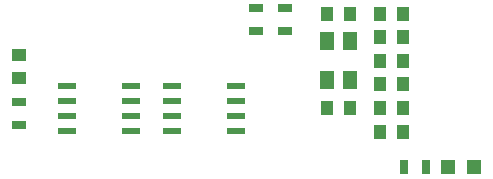
<source format=gbr>
%TF.GenerationSoftware,KiCad,Pcbnew,4.0.7-e2-6376~58~ubuntu16.04.1*%
%TF.CreationDate,2017-12-06T16:05:08+02:00*%
%TF.ProjectId,ecu_emu,6563755F656D752E6B696361645F7063,rev?*%
%TF.FileFunction,Paste,Bot*%
%FSLAX46Y46*%
G04 Gerber Fmt 4.6, Leading zero omitted, Abs format (unit mm)*
G04 Created by KiCad (PCBNEW 4.0.7-e2-6376~58~ubuntu16.04.1) date Wed Dec  6 16:05:08 2017*
%MOMM*%
%LPD*%
G01*
G04 APERTURE LIST*
%ADD10C,0.100000*%
%ADD11R,1.000000X1.250000*%
%ADD12R,1.300000X0.700000*%
%ADD13R,1.550000X0.600000*%
%ADD14R,1.300000X1.600000*%
%ADD15R,1.250000X1.000000*%
%ADD16R,1.200000X1.200000*%
%ADD17R,0.700000X1.300000*%
G04 APERTURE END LIST*
D10*
D11*
X65500000Y-23000000D03*
X67500000Y-23000000D03*
X65500000Y-31000000D03*
X67500000Y-31000000D03*
X72000000Y-25000000D03*
X70000000Y-25000000D03*
D12*
X59500000Y-22550000D03*
X59500000Y-24450000D03*
X39500000Y-32400000D03*
X39500000Y-30500000D03*
D13*
X57820000Y-29130000D03*
X57820000Y-30400000D03*
X57820000Y-31670000D03*
X57820000Y-32940000D03*
X52420000Y-32940000D03*
X52420000Y-31670000D03*
X52420000Y-30400000D03*
X52420000Y-29130000D03*
D14*
X67500000Y-25350000D03*
X67500000Y-28650000D03*
X65500000Y-28650000D03*
X65500000Y-25350000D03*
D12*
X62000000Y-22550000D03*
X62000000Y-24450000D03*
D15*
X39500000Y-26500000D03*
X39500000Y-28500000D03*
D11*
X72000000Y-29000000D03*
X70000000Y-29000000D03*
X72000000Y-33000000D03*
X70000000Y-33000000D03*
X72000000Y-27000000D03*
X70000000Y-27000000D03*
X72000000Y-23000000D03*
X70000000Y-23000000D03*
X72000000Y-31000000D03*
X70000000Y-31000000D03*
D13*
X48942000Y-29130000D03*
X48942000Y-30400000D03*
X48942000Y-31670000D03*
X48942000Y-32940000D03*
X43542000Y-32940000D03*
X43542000Y-31670000D03*
X43542000Y-30400000D03*
X43542000Y-29130000D03*
D16*
X75800000Y-36000000D03*
X78000000Y-36000000D03*
D17*
X73950000Y-36000000D03*
X72050000Y-36000000D03*
M02*

</source>
